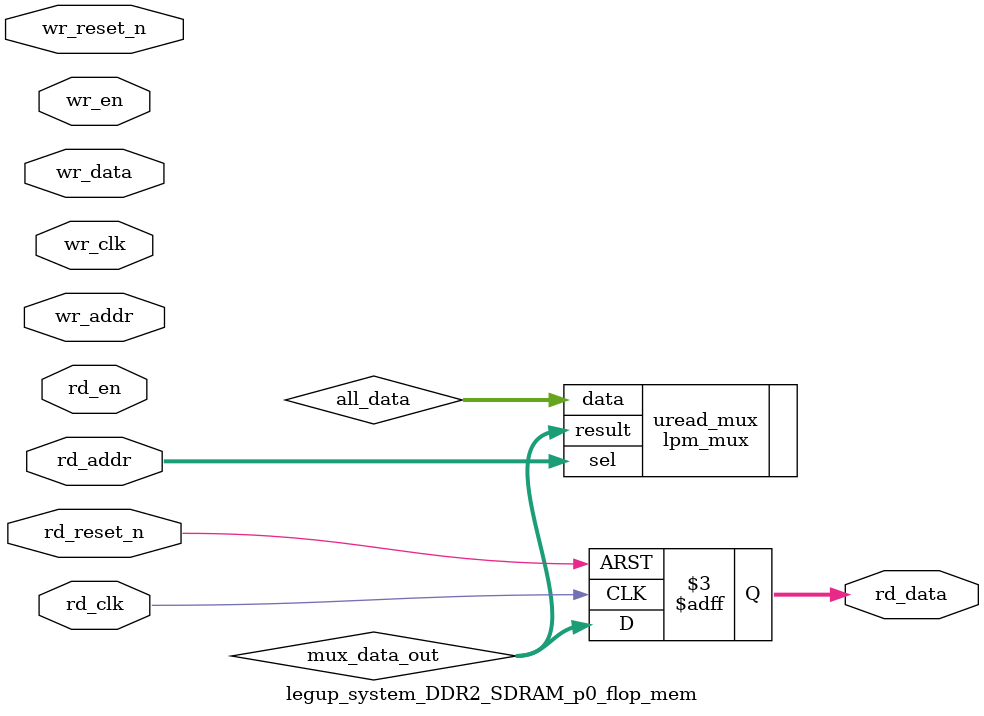
<source format=v>



`timescale 1 ps / 1 ps

(* altera_attribute = "-name ALLOW_SYNCH_CTRL_USAGE ON;-name AUTO_CLOCK_ENABLE_RECOGNITION ON" *)
module legup_system_DDR2_SDRAM_p0_flop_mem(
	wr_reset_n,
	wr_clk,
	wr_en,
	wr_addr,
	wr_data,
	rd_reset_n,
	rd_clk,
	rd_en,
	rd_addr,
	rd_data
);

parameter WRITE_MEM_DEPTH	= "";
parameter WRITE_ADDR_WIDTH	= "";
parameter WRITE_DATA_WIDTH	= "";
parameter READ_MEM_DEPTH	= "";
parameter READ_ADDR_WIDTH	= "";		 
parameter READ_DATA_WIDTH	= "";


input	wr_reset_n;
input	wr_clk;
input	wr_en;
input	[WRITE_ADDR_WIDTH-1:0] wr_addr;
input	[WRITE_DATA_WIDTH-1:0] wr_data;
input	rd_reset_n;
input	rd_clk;
input	rd_en;
input	[READ_ADDR_WIDTH-1:0] rd_addr;
output	[READ_DATA_WIDTH-1:0] rd_data;



wire	[WRITE_DATA_WIDTH*WRITE_MEM_DEPTH-1:0] all_data;
wire	[READ_DATA_WIDTH-1:0] mux_data_out;



// declare a memory with WRITE_MEM_DEPTH entries
// each entry contains a data size of WRITE_DATA_WIDTH
reg	[WRITE_DATA_WIDTH-1:0] data_stored [0:WRITE_MEM_DEPTH-1] /* synthesis syn_preserve = 1 */;
reg	[READ_DATA_WIDTH-1:0] rd_data;

generate
genvar entry;
	for (entry=0; entry < WRITE_MEM_DEPTH; entry=entry+1)
	begin: mem_location
		assign all_data[(WRITE_DATA_WIDTH*(entry+1)-1) : (WRITE_DATA_WIDTH*entry)] = data_stored[entry]; 
		
		always @(posedge wr_clk or negedge wr_reset_n)
		begin
			if (~wr_reset_n) begin
				data_stored[entry] <= {WRITE_DATA_WIDTH{1'b0}};
			end else begin
				if (wr_en) begin
					if (entry == wr_addr) begin
						data_stored[entry] <= wr_data;
					end
				end
			end
		end		
	end
endgenerate

// mux to select the correct output data based on read address
lpm_mux	uread_mux(
	.sel (rd_addr),
	.data (all_data),
	.result (mux_data_out)
	// synopsys translate_off
	,
	.aclr (),
	.clken (),
	.clock ()
	// synopsys translate_on
	);
 defparam uread_mux.lpm_size = READ_MEM_DEPTH;
 defparam uread_mux.lpm_type = "LPM_MUX";
 defparam uread_mux.lpm_width = READ_DATA_WIDTH;
 defparam uread_mux.lpm_widths = READ_ADDR_WIDTH;

always @(posedge rd_clk or negedge rd_reset_n)	
begin
	if (~rd_reset_n) begin
		rd_data <= {READ_DATA_WIDTH{1'b0}};
	end else begin
		rd_data <= mux_data_out;
	end
end

endmodule

</source>
